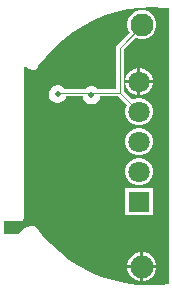
<source format=gbl>
G04*
G04 #@! TF.GenerationSoftware,Altium Limited,Altium Designer,21.3.2 (30)*
G04*
G04 Layer_Physical_Order=2*
G04 Layer_Color=16711680*
%FSLAX44Y44*%
%MOMM*%
G71*
G04*
G04 #@! TF.SameCoordinates,63FCB1AE-FA75-410F-B4B2-0E9A8DB9BD7B*
G04*
G04*
G04 #@! TF.FilePolarity,Positive*
G04*
G01*
G75*
%ADD39C,0.1000*%
%ADD40C,1.9500*%
%ADD41R,1.8000X1.8000*%
%ADD42C,1.8000*%
%ADD43C,0.5000*%
%ADD44C,0.3000*%
G36*
X1224973Y825452D02*
X1228515Y824986D01*
Y766125D01*
Y647175D01*
Y591846D01*
X1222373Y591037D01*
X1212090Y590588D01*
X1201807Y591037D01*
X1191602Y592381D01*
X1181554Y594608D01*
X1171738Y597704D01*
X1162228Y601642D01*
X1153099Y606395D01*
X1144418Y611925D01*
X1136252Y618191D01*
X1128664Y625145D01*
X1121710Y632733D01*
X1116753Y639194D01*
X1116753Y639194D01*
X1116347Y639647D01*
X1115855Y639976D01*
X1115087Y640489D01*
X1113600Y640785D01*
X1112995Y640696D01*
X1112276Y640625D01*
X1111758Y640468D01*
X1108738Y639552D01*
X1105477Y637809D01*
X1102619Y635463D01*
X1101386Y633961D01*
X1089290D01*
Y644610D01*
X1103200D01*
X1104191Y644807D01*
X1105031Y645369D01*
X1105593Y646209D01*
X1105790Y647200D01*
Y775027D01*
X1106938Y775570D01*
X1107619Y775010D01*
X1110507Y773467D01*
X1113597Y772529D01*
X1113612Y772604D01*
X1114366Y772454D01*
X1115852Y772750D01*
X1117113Y773592D01*
X1117955Y774852D01*
X1118025Y775203D01*
X1118366Y775740D01*
X1124613Y783881D01*
X1131546Y791447D01*
X1139112Y798380D01*
X1147253Y804627D01*
X1155908Y810140D01*
X1165010Y814879D01*
X1174490Y818806D01*
X1184277Y821891D01*
X1194296Y824112D01*
X1204470Y825452D01*
X1214722Y825899D01*
X1224973Y825452D01*
D02*
G37*
%LPC*%
G36*
X1207618Y823409D02*
X1204382D01*
X1201256Y822571D01*
X1198454Y820954D01*
X1196166Y818665D01*
X1194548Y815863D01*
X1193710Y812737D01*
Y809501D01*
X1194548Y806375D01*
X1195797Y804212D01*
X1185095Y793511D01*
X1184423Y792505D01*
X1184187Y791319D01*
Y756600D01*
X1168454D01*
X1167779Y757275D01*
X1166069Y758263D01*
X1164161Y758774D01*
X1162186D01*
X1160279Y758263D01*
X1158569Y757275D01*
X1157893Y756600D01*
X1140820D01*
X1140702Y756805D01*
X1139305Y758202D01*
X1137595Y759189D01*
X1135687Y759700D01*
X1133713D01*
X1131805Y759189D01*
X1130095Y758202D01*
X1128699Y756805D01*
X1127711Y755095D01*
X1127200Y753187D01*
Y751213D01*
X1127711Y749305D01*
X1128699Y747595D01*
X1130095Y746199D01*
X1131805Y745211D01*
X1133713Y744700D01*
X1135687D01*
X1137595Y745211D01*
X1139305Y746199D01*
X1140702Y747595D01*
X1141689Y749305D01*
X1141982Y750400D01*
X1155674D01*
Y750286D01*
X1156185Y748379D01*
X1157172Y746669D01*
X1158569Y745272D01*
X1160279Y744285D01*
X1162186Y743774D01*
X1164161D01*
X1166069Y744285D01*
X1167779Y745272D01*
X1169175Y746669D01*
X1170163Y748379D01*
X1170674Y750286D01*
Y750400D01*
X1186003D01*
X1193345Y743058D01*
X1192644Y741844D01*
X1191857Y738909D01*
Y735870D01*
X1192644Y732935D01*
X1194163Y730304D01*
X1196312Y728155D01*
X1198943Y726636D01*
X1201878Y725850D01*
X1204917D01*
X1207852Y726636D01*
X1210483Y728155D01*
X1212632Y730304D01*
X1214151Y732935D01*
X1214937Y735870D01*
Y738909D01*
X1214151Y741844D01*
X1212632Y744475D01*
X1210483Y746624D01*
X1207852Y748143D01*
X1204917Y748930D01*
X1201878D01*
X1198943Y748143D01*
X1197729Y747442D01*
X1190387Y754784D01*
Y790035D01*
X1200471Y800120D01*
X1201256Y799667D01*
X1204382Y798829D01*
X1207618D01*
X1210744Y799667D01*
X1213546Y801285D01*
X1215834Y803573D01*
X1217452Y806375D01*
X1218290Y809501D01*
Y812737D01*
X1217452Y815863D01*
X1215834Y818665D01*
X1213546Y820954D01*
X1210744Y822571D01*
X1207618Y823409D01*
D02*
G37*
G36*
X1204917Y774330D02*
X1204667D01*
Y764060D01*
X1214937D01*
Y764309D01*
X1214151Y767244D01*
X1212632Y769875D01*
X1210483Y772024D01*
X1207852Y773543D01*
X1204917Y774330D01*
D02*
G37*
G36*
X1202127D02*
X1201878D01*
X1198943Y773543D01*
X1196312Y772024D01*
X1194163Y769875D01*
X1192644Y767244D01*
X1191857Y764309D01*
Y764060D01*
X1202127D01*
Y774330D01*
D02*
G37*
G36*
X1214937Y761520D02*
X1204667D01*
Y751250D01*
X1204917D01*
X1207852Y752036D01*
X1210483Y753555D01*
X1212632Y755704D01*
X1214151Y758335D01*
X1214937Y761270D01*
Y761520D01*
D02*
G37*
G36*
X1202127D02*
X1191857D01*
Y761270D01*
X1192644Y758335D01*
X1194163Y755704D01*
X1196312Y753555D01*
X1198943Y752036D01*
X1201878Y751250D01*
X1202127D01*
Y761520D01*
D02*
G37*
G36*
X1204917Y723530D02*
X1201878D01*
X1198943Y722743D01*
X1196312Y721224D01*
X1194163Y719075D01*
X1192644Y716444D01*
X1191857Y713509D01*
Y710470D01*
X1192644Y707535D01*
X1194163Y704904D01*
X1196312Y702755D01*
X1198943Y701236D01*
X1201878Y700450D01*
X1204917D01*
X1207852Y701236D01*
X1210483Y702755D01*
X1212632Y704904D01*
X1214151Y707535D01*
X1214937Y710470D01*
Y713509D01*
X1214151Y716444D01*
X1212632Y719075D01*
X1210483Y721224D01*
X1207852Y722743D01*
X1204917Y723530D01*
D02*
G37*
G36*
X1204917Y698130D02*
X1201878D01*
X1198943Y697343D01*
X1196312Y695824D01*
X1194163Y693675D01*
X1192644Y691044D01*
X1191857Y688109D01*
Y685070D01*
X1192644Y682135D01*
X1194163Y679504D01*
X1196312Y677355D01*
X1198943Y675836D01*
X1201878Y675050D01*
X1204917D01*
X1207852Y675836D01*
X1210483Y677355D01*
X1212632Y679504D01*
X1214151Y682135D01*
X1214937Y685070D01*
Y688109D01*
X1214151Y691044D01*
X1212632Y693675D01*
X1210483Y695824D01*
X1207852Y697343D01*
X1204917Y698130D01*
D02*
G37*
G36*
X1214937Y672729D02*
X1191857D01*
Y649650D01*
X1214937D01*
Y672729D01*
D02*
G37*
G36*
X1207618Y618409D02*
X1207270D01*
Y607389D01*
X1218290D01*
Y607737D01*
X1217452Y610863D01*
X1215834Y613665D01*
X1213546Y615953D01*
X1210744Y617571D01*
X1207618Y618409D01*
D02*
G37*
G36*
X1204730D02*
X1204382D01*
X1201256Y617571D01*
X1198454Y615953D01*
X1196166Y613665D01*
X1194548Y610863D01*
X1193710Y607737D01*
Y607389D01*
X1204730D01*
Y618409D01*
D02*
G37*
G36*
X1218290Y604849D02*
X1207270D01*
Y593829D01*
X1207618D01*
X1210744Y594667D01*
X1213546Y596285D01*
X1215834Y598573D01*
X1217452Y601375D01*
X1218290Y604501D01*
Y604849D01*
D02*
G37*
G36*
X1204730D02*
X1193710D01*
Y604501D01*
X1194548Y601375D01*
X1196166Y598573D01*
X1198454Y596285D01*
X1201256Y594667D01*
X1204382Y593829D01*
X1204730D01*
Y604849D01*
D02*
G37*
%LPD*%
D39*
X1204740Y808772D02*
X1206000D01*
X1134500Y752100D02*
X1135900Y753500D01*
X1165300D01*
X1187287Y791319D02*
X1204740Y808772D01*
X1187287Y753500D02*
Y791319D01*
X1163600Y751800D02*
X1165300Y753500D01*
X1187287D01*
X1203397Y737390D01*
D40*
X1206000Y606119D02*
D03*
Y811119D02*
D03*
D41*
X1203397Y661190D02*
D03*
D42*
Y762790D02*
D03*
X1203397Y737390D02*
D03*
X1203397Y711990D02*
D03*
X1203397Y686590D02*
D03*
D43*
X1221000Y814000D02*
D03*
Y792000D02*
D03*
Y770000D02*
D03*
Y748000D02*
D03*
Y726000D02*
D03*
Y704000D02*
D03*
Y682000D02*
D03*
Y660000D02*
D03*
Y638000D02*
D03*
Y616000D02*
D03*
Y594000D02*
D03*
X1210000Y792000D02*
D03*
X1215500Y781000D02*
D03*
X1210000Y638000D02*
D03*
X1215500Y627000D02*
D03*
X1199000Y792000D02*
D03*
X1204500Y781000D02*
D03*
X1199000Y638000D02*
D03*
X1204500Y627000D02*
D03*
X1188000Y814000D02*
D03*
X1193500Y781000D02*
D03*
X1188000Y726000D02*
D03*
Y638000D02*
D03*
X1193500Y627000D02*
D03*
X1188000Y616000D02*
D03*
X1177000Y814000D02*
D03*
X1182500Y803000D02*
D03*
X1177000Y792000D02*
D03*
Y770000D02*
D03*
Y660000D02*
D03*
X1182500Y649000D02*
D03*
X1177000Y638000D02*
D03*
X1182500Y627000D02*
D03*
X1177000Y616000D02*
D03*
X1182500Y605000D02*
D03*
X1171500Y803000D02*
D03*
X1166000Y792000D02*
D03*
X1171500Y781000D02*
D03*
X1166000Y770000D02*
D03*
Y660000D02*
D03*
X1171500Y649000D02*
D03*
X1166000Y638000D02*
D03*
X1171500Y627000D02*
D03*
X1166000Y616000D02*
D03*
X1171500Y605000D02*
D03*
X1160500Y803000D02*
D03*
X1155000Y792000D02*
D03*
X1160500Y781000D02*
D03*
X1155000Y770000D02*
D03*
X1160500Y671000D02*
D03*
X1155000Y660000D02*
D03*
X1160500Y649000D02*
D03*
X1155000Y638000D02*
D03*
X1160500Y627000D02*
D03*
X1155000Y616000D02*
D03*
X1149500Y803000D02*
D03*
X1144000Y792000D02*
D03*
X1149500Y781000D02*
D03*
X1144000Y770000D02*
D03*
X1149500Y649000D02*
D03*
X1144000Y638000D02*
D03*
X1149500Y627000D02*
D03*
X1144000Y616000D02*
D03*
X1138500Y781000D02*
D03*
X1133000Y770000D02*
D03*
X1138500Y649000D02*
D03*
X1133000Y638000D02*
D03*
X1138500Y627000D02*
D03*
X1127500Y781000D02*
D03*
X1122000Y770000D02*
D03*
Y748000D02*
D03*
Y682000D02*
D03*
X1127500Y671000D02*
D03*
Y649000D02*
D03*
X1122000Y638000D02*
D03*
X1111000Y770000D02*
D03*
X1116500Y759000D02*
D03*
X1111000Y748000D02*
D03*
Y726000D02*
D03*
Y682000D02*
D03*
X1116500Y671000D02*
D03*
Y649000D02*
D03*
X1163174Y751274D02*
D03*
X1134700Y752200D02*
D03*
D44*
X1095000Y638938D02*
D03*
X1154000Y714372D02*
D03*
X1150000Y714345D02*
D03*
M02*

</source>
